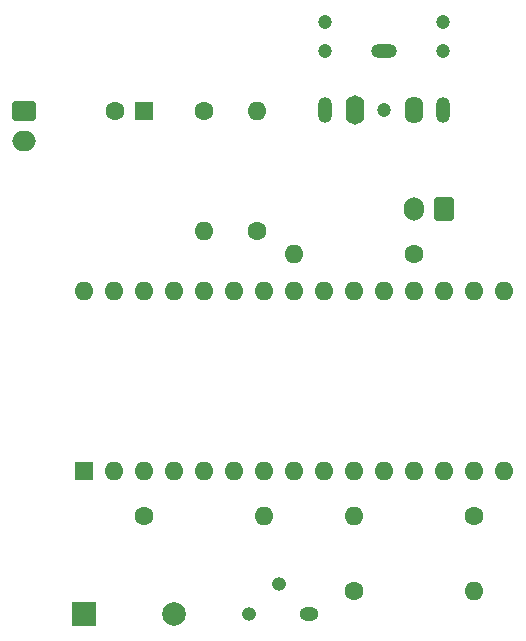
<source format=gbr>
%TF.GenerationSoftware,KiCad,Pcbnew,7.0.9*%
%TF.CreationDate,2024-03-24T10:40:35-04:00*%
%TF.ProjectId,Dryer Buzzer V2,44727965-7220-4427-957a-7a6572205632,rev?*%
%TF.SameCoordinates,Original*%
%TF.FileFunction,Soldermask,Top*%
%TF.FilePolarity,Negative*%
%FSLAX46Y46*%
G04 Gerber Fmt 4.6, Leading zero omitted, Abs format (unit mm)*
G04 Created by KiCad (PCBNEW 7.0.9) date 2024-03-24 10:40:35*
%MOMM*%
%LPD*%
G01*
G04 APERTURE LIST*
G04 Aperture macros list*
%AMRoundRect*
0 Rectangle with rounded corners*
0 $1 Rounding radius*
0 $2 $3 $4 $5 $6 $7 $8 $9 X,Y pos of 4 corners*
0 Add a 4 corners polygon primitive as box body*
4,1,4,$2,$3,$4,$5,$6,$7,$8,$9,$2,$3,0*
0 Add four circle primitives for the rounded corners*
1,1,$1+$1,$2,$3*
1,1,$1+$1,$4,$5*
1,1,$1+$1,$6,$7*
1,1,$1+$1,$8,$9*
0 Add four rect primitives between the rounded corners*
20,1,$1+$1,$2,$3,$4,$5,0*
20,1,$1+$1,$4,$5,$6,$7,0*
20,1,$1+$1,$6,$7,$8,$9,0*
20,1,$1+$1,$8,$9,$2,$3,0*%
G04 Aperture macros list end*
%ADD10C,1.200000*%
%ADD11O,1.200000X2.200000*%
%ADD12O,1.600000X2.300000*%
%ADD13O,2.200000X1.200000*%
%ADD14O,1.600000X2.500000*%
%ADD15R,1.600000X1.600000*%
%ADD16O,1.600000X1.600000*%
%ADD17C,1.600000*%
%ADD18RoundRect,0.250000X-0.750000X0.600000X-0.750000X-0.600000X0.750000X-0.600000X0.750000X0.600000X0*%
%ADD19O,2.000000X1.700000*%
%ADD20O,1.600000X1.200000*%
%ADD21O,1.200000X1.200000*%
%ADD22R,2.000000X2.000000*%
%ADD23C,2.000000*%
%ADD24RoundRect,0.250000X0.600000X0.750000X-0.600000X0.750000X-0.600000X-0.750000X0.600000X-0.750000X0*%
%ADD25O,1.700000X2.000000*%
G04 APERTURE END LIST*
D10*
%TO.C,J1*%
X142160000Y-27940000D03*
X142160000Y-25440000D03*
X137160000Y-32940000D03*
X132160000Y-27940000D03*
X132160000Y-25440000D03*
D11*
X142160000Y-32940000D03*
D12*
X139660000Y-32940000D03*
D13*
X137160000Y-27940000D03*
D11*
X132160000Y-32940000D03*
D14*
X134660000Y-32940000D03*
%TD*%
D15*
%TO.C,A1*%
X111760000Y-63500000D03*
D16*
X114300000Y-63500000D03*
X116840000Y-63500000D03*
X119380000Y-63500000D03*
X121920000Y-63500000D03*
X124460000Y-63500000D03*
X127000000Y-63500000D03*
X129540000Y-63500000D03*
X132080000Y-63500000D03*
X134620000Y-63500000D03*
X137160000Y-63500000D03*
X139700000Y-63500000D03*
X142240000Y-63500000D03*
X144780000Y-63500000D03*
X147320000Y-63500000D03*
X147320000Y-48260000D03*
X144780000Y-48260000D03*
X142240000Y-48260000D03*
X139700000Y-48260000D03*
X137160000Y-48260000D03*
X134620000Y-48260000D03*
X132080000Y-48260000D03*
X129540000Y-48260000D03*
X127000000Y-48260000D03*
X124460000Y-48260000D03*
X121920000Y-48260000D03*
X119380000Y-48260000D03*
X116840000Y-48260000D03*
X114300000Y-48260000D03*
X111760000Y-48260000D03*
%TD*%
D17*
%TO.C,R5*%
X144780000Y-67310000D03*
D16*
X134620000Y-67310000D03*
%TD*%
D18*
%TO.C,J3*%
X106680000Y-33020000D03*
D19*
X106680000Y-35520000D03*
%TD*%
D20*
%TO.C,Q1*%
X130810000Y-75565000D03*
D21*
X128270000Y-73025000D03*
X125730000Y-75565000D03*
%TD*%
D15*
%TO.C,C1*%
X116840000Y-33020000D03*
D17*
X114340000Y-33020000D03*
%TD*%
D22*
%TO.C,BZ1*%
X111760000Y-75565000D03*
D23*
X119360000Y-75565000D03*
%TD*%
D17*
%TO.C,R1*%
X126365000Y-43180000D03*
D16*
X126365000Y-33020000D03*
%TD*%
D17*
%TO.C,R2*%
X121920000Y-33020000D03*
D16*
X121920000Y-43180000D03*
%TD*%
D17*
%TO.C,R4*%
X134620000Y-73660000D03*
D16*
X144780000Y-73660000D03*
%TD*%
D17*
%TO.C,R3*%
X116840000Y-67310000D03*
D16*
X127000000Y-67310000D03*
%TD*%
D17*
%TO.C,R6*%
X139700000Y-45085000D03*
D16*
X129540000Y-45085000D03*
%TD*%
D24*
%TO.C,J2*%
X142200000Y-41275000D03*
D25*
X139700000Y-41275000D03*
%TD*%
M02*

</source>
